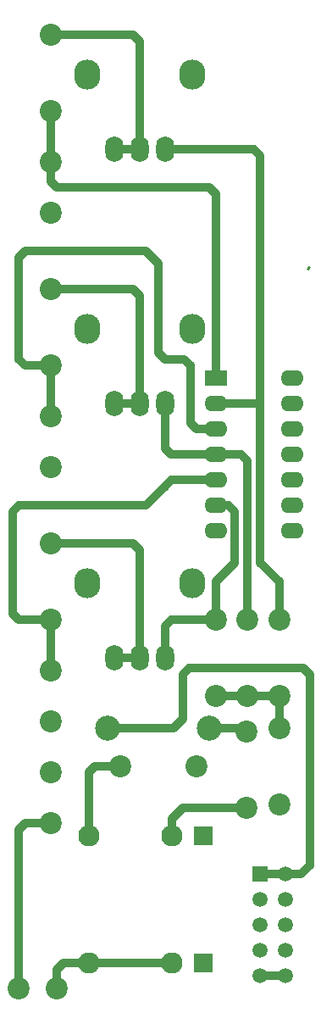
<source format=gbr>
G04 #@! TF.FileFunction,Copper,L2,Bot,Signal*
%FSLAX46Y46*%
G04 Gerber Fmt 4.6, Leading zero omitted, Abs format (unit mm)*
G04 Created by KiCad (PCBNEW 4.0.7) date 06/24/19 17:31:57*
%MOMM*%
%LPD*%
G01*
G04 APERTURE LIST*
%ADD10C,0.100000*%
%ADD11R,1.520000X1.520000*%
%ADD12C,1.520000*%
%ADD13C,2.200000*%
%ADD14C,2.500000*%
%ADD15O,1.800000X2.600000*%
%ADD16O,2.600000X3.000000*%
%ADD17R,2.286000X1.574800*%
%ADD18O,2.286000X1.574800*%
%ADD19C,2.130000*%
%ADD20R,1.830000X1.930000*%
%ADD21C,0.250000*%
%ADD22C,0.812800*%
G04 APERTURE END LIST*
D10*
D11*
X157607000Y-125984000D03*
D12*
X157607000Y-128524000D03*
X157607000Y-131064000D03*
X157607000Y-133604000D03*
X157607000Y-136144000D03*
X160147000Y-136144000D03*
X160147000Y-133604000D03*
X160147000Y-131064000D03*
X160147000Y-128524000D03*
X160147000Y-125984000D03*
D13*
X136652000Y-54864000D03*
X136652000Y-59944000D03*
X136652000Y-80264000D03*
X136652000Y-85344000D03*
X136652000Y-105664000D03*
X136652000Y-110744000D03*
X136652000Y-120904000D03*
X136652000Y-115824000D03*
D14*
X142367000Y-111379000D03*
X152527000Y-111379000D03*
D15*
X143002000Y-53594000D03*
X145542000Y-53594000D03*
X148082000Y-53594000D03*
D16*
X140292000Y-46094000D03*
X150792000Y-46094000D03*
D15*
X143002000Y-78994000D03*
X145542000Y-78994000D03*
X148082000Y-78994000D03*
D16*
X140292000Y-71494000D03*
X150792000Y-71494000D03*
D15*
X143002000Y-104394000D03*
X145542000Y-104394000D03*
X148082000Y-104394000D03*
D16*
X140292000Y-96894000D03*
X150792000Y-96894000D03*
D13*
X136652000Y-49784000D03*
X136652000Y-42164000D03*
X136652000Y-75184000D03*
X136652000Y-67564000D03*
X136652000Y-100584000D03*
X136652000Y-92964000D03*
X159512000Y-100584000D03*
X159512000Y-108204000D03*
X156337000Y-100584000D03*
X156337000Y-108204000D03*
X153162000Y-100584000D03*
X153162000Y-108204000D03*
D17*
X153162000Y-76454000D03*
D18*
X153162000Y-78994000D03*
X153162000Y-81534000D03*
X153162000Y-84074000D03*
X153162000Y-86614000D03*
X153162000Y-89154000D03*
X153162000Y-91694000D03*
X160782000Y-91694000D03*
X160782000Y-89154000D03*
X160782000Y-86614000D03*
X160782000Y-84074000D03*
X160782000Y-81534000D03*
X160782000Y-78994000D03*
X160782000Y-76454000D03*
D13*
X133477000Y-137414000D03*
X137287000Y-137414000D03*
D19*
X148792000Y-134874000D03*
D20*
X151892000Y-134874000D03*
D19*
X140492000Y-134874000D03*
X148792000Y-122174000D03*
D20*
X151892000Y-122174000D03*
D19*
X140492000Y-122174000D03*
D13*
X143637000Y-115189000D03*
X151257000Y-115189000D03*
X159512000Y-111379000D03*
X159512000Y-118999000D03*
X156210000Y-119380000D03*
X156210000Y-111760000D03*
D21*
X162347001Y-65494000D02*
X162502000Y-65339001D01*
D22*
X152527000Y-57404000D02*
X153162000Y-58039000D01*
X151257000Y-57404000D02*
X152527000Y-57404000D01*
X153162000Y-58039000D02*
X153162000Y-59309000D01*
X153162000Y-76454000D02*
X153162000Y-59309000D01*
X136652000Y-56769000D02*
X136652000Y-54864000D01*
X137287000Y-57404000D02*
X136652000Y-56769000D01*
X151257000Y-57404000D02*
X137287000Y-57404000D01*
X136652000Y-54864000D02*
X136652000Y-49784000D01*
X134112000Y-63754000D02*
X133477000Y-64389000D01*
X151257000Y-81534000D02*
X150622000Y-80899000D01*
X150622000Y-80899000D02*
X150622000Y-75184000D01*
X150622000Y-75184000D02*
X149987000Y-74549000D01*
X149987000Y-74549000D02*
X148082000Y-74549000D01*
X148082000Y-74549000D02*
X147447000Y-73914000D01*
X147447000Y-73914000D02*
X147447000Y-65024000D01*
X147447000Y-65024000D02*
X146177000Y-63754000D01*
X146177000Y-63754000D02*
X134112000Y-63754000D01*
X153162000Y-81534000D02*
X151257000Y-81534000D01*
X134112000Y-75184000D02*
X136652000Y-75184000D01*
X133477000Y-74549000D02*
X134112000Y-75184000D01*
X133477000Y-64389000D02*
X133477000Y-74549000D01*
X136652000Y-75184000D02*
X136652000Y-80264000D01*
X132842000Y-89789000D02*
X133477000Y-89154000D01*
X134747000Y-89154000D02*
X133477000Y-89154000D01*
X148717000Y-86614000D02*
X148082000Y-87249000D01*
X148082000Y-87249000D02*
X146177000Y-89154000D01*
X146177000Y-89154000D02*
X134747000Y-89154000D01*
X153162000Y-86614000D02*
X148717000Y-86614000D01*
X132842000Y-89789000D02*
X132842000Y-91059000D01*
X133477000Y-100584000D02*
X136652000Y-100584000D01*
X132842000Y-99949000D02*
X133477000Y-100584000D01*
X132842000Y-91059000D02*
X132842000Y-99949000D01*
X136652000Y-100584000D02*
X136652000Y-105664000D01*
X133477000Y-137414000D02*
X133477000Y-121539000D01*
X134112000Y-120904000D02*
X136652000Y-120904000D01*
X133477000Y-121539000D02*
X134112000Y-120904000D01*
X140492000Y-134874000D02*
X148792000Y-134874000D01*
X137287000Y-137414000D02*
X137287000Y-135509000D01*
X137922000Y-134874000D02*
X140492000Y-134874000D01*
X137287000Y-135509000D02*
X137922000Y-134874000D01*
X142367000Y-111379000D02*
X148971000Y-111379000D01*
X161671000Y-125984000D02*
X160147000Y-125984000D01*
X162560000Y-125095000D02*
X161671000Y-125984000D01*
X162560000Y-106045000D02*
X162560000Y-125095000D01*
X161925000Y-105410000D02*
X162560000Y-106045000D01*
X150495000Y-105410000D02*
X161925000Y-105410000D01*
X149860000Y-106045000D02*
X150495000Y-105410000D01*
X149860000Y-110490000D02*
X149860000Y-106045000D01*
X148971000Y-111379000D02*
X149860000Y-110490000D01*
X157607000Y-125984000D02*
X159512000Y-125984000D01*
X159512000Y-125984000D02*
X160147000Y-125984000D01*
X152527000Y-111379000D02*
X155829000Y-111379000D01*
X155829000Y-111379000D02*
X156210000Y-111760000D01*
X136652000Y-42164000D02*
X144907000Y-42164000D01*
X145542000Y-42799000D02*
X145542000Y-53594000D01*
X144907000Y-42164000D02*
X145542000Y-42799000D01*
X145542000Y-53594000D02*
X143002000Y-53594000D01*
X159512000Y-96774000D02*
X157607000Y-94869000D01*
X156972000Y-53594000D02*
X157607000Y-54229000D01*
X153797000Y-53594000D02*
X156972000Y-53594000D01*
X157607000Y-54229000D02*
X157607000Y-56134000D01*
X148082000Y-53594000D02*
X153797000Y-53594000D01*
X157607000Y-56134000D02*
X157607000Y-76454000D01*
X153162000Y-78994000D02*
X157607000Y-78994000D01*
X157607000Y-80899000D02*
X157607000Y-78994000D01*
X157607000Y-78994000D02*
X157607000Y-76454000D01*
X159512000Y-96774000D02*
X159512000Y-100584000D01*
X157607000Y-80899000D02*
X157607000Y-94869000D01*
X145542000Y-78994000D02*
X143002000Y-78994000D01*
X136652000Y-67564000D02*
X144907000Y-67564000D01*
X145542000Y-68199000D02*
X145542000Y-78994000D01*
X144907000Y-67564000D02*
X145542000Y-68199000D01*
X148082000Y-78994000D02*
X148082000Y-83439000D01*
X148717000Y-84074000D02*
X153162000Y-84074000D01*
X148082000Y-83439000D02*
X148717000Y-84074000D01*
X155702000Y-84074000D02*
X156337000Y-84709000D01*
X156337000Y-100584000D02*
X156337000Y-84709000D01*
X153162000Y-84074000D02*
X155702000Y-84074000D01*
X145542000Y-104394000D02*
X143002000Y-104394000D01*
X144907000Y-92964000D02*
X145542000Y-93599000D01*
X136652000Y-92964000D02*
X144907000Y-92964000D01*
X145542000Y-93599000D02*
X145542000Y-104394000D01*
X153162000Y-96774000D02*
X155067000Y-94869000D01*
X148082000Y-104394000D02*
X148082000Y-101219000D01*
X148717000Y-100584000D02*
X153162000Y-100584000D01*
X148082000Y-101219000D02*
X148717000Y-100584000D01*
X153162000Y-89154000D02*
X154432000Y-89154000D01*
X154432000Y-89154000D02*
X155067000Y-89789000D01*
X155067000Y-89789000D02*
X155067000Y-94869000D01*
X153162000Y-96774000D02*
X153162000Y-100584000D01*
X157607000Y-136144000D02*
X160147000Y-136144000D01*
X143637000Y-115189000D02*
X141097000Y-115189000D01*
X140492000Y-115794000D02*
X140492000Y-122174000D01*
X141097000Y-115189000D02*
X140492000Y-115794000D01*
X159512000Y-108204000D02*
X159512000Y-111379000D01*
X156337000Y-108204000D02*
X159512000Y-108204000D01*
X153162000Y-108204000D02*
X156337000Y-108204000D01*
X148792000Y-122174000D02*
X148792000Y-120448000D01*
X149860000Y-119380000D02*
X156210000Y-119380000D01*
X148792000Y-120448000D02*
X149860000Y-119380000D01*
M02*

</source>
